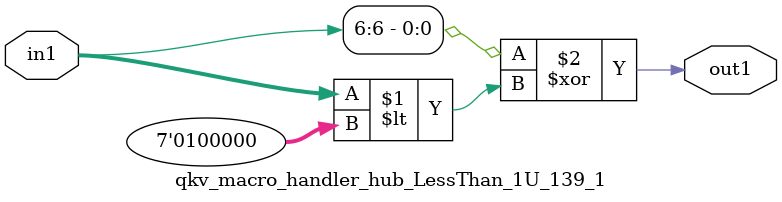
<source format=v>

`timescale 1ps / 1ps


module qkv_macro_handler_hub_LessThan_1U_139_1( in1, out1 );

    input [6:0] in1;
    output out1;

    
    // rtl_process:qkv_macro_handler_hub_LessThan_1U_139_1/qkv_macro_handler_hub_LessThan_1U_139_1_thread_1
    assign out1 = (in1[6] ^ in1 < 7'd032);

endmodule



</source>
